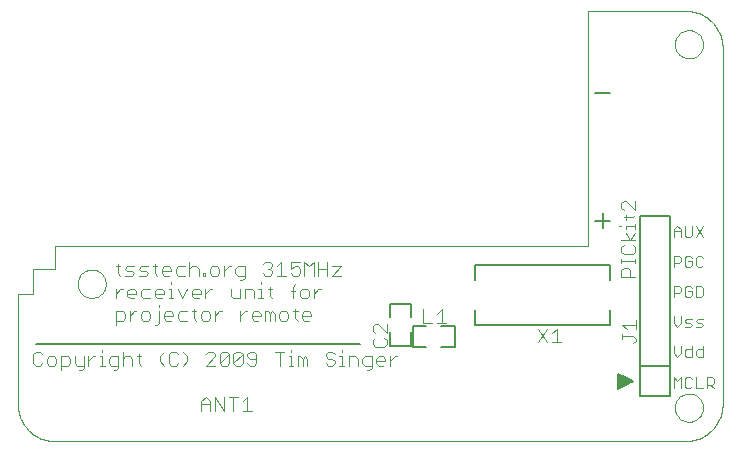
<source format=gto>
G75*
G70*
%OFA0B0*%
%FSLAX24Y24*%
%IPPOS*%
%LPD*%
%AMOC8*
5,1,8,0,0,1.08239X$1,22.5*
%
%ADD10C,0.0000*%
%ADD11C,0.0040*%
%ADD12C,0.0030*%
%ADD13C,0.0050*%
D10*
X001351Y000101D02*
X022351Y000101D01*
X022011Y001221D02*
X022013Y001264D01*
X022019Y001306D01*
X022028Y001348D01*
X022042Y001388D01*
X022059Y001428D01*
X022079Y001465D01*
X022103Y001501D01*
X022130Y001534D01*
X022160Y001564D01*
X022193Y001592D01*
X022228Y001617D01*
X022265Y001638D01*
X022304Y001656D01*
X022344Y001671D01*
X022385Y001681D01*
X022428Y001688D01*
X022470Y001691D01*
X022513Y001690D01*
X022556Y001685D01*
X022597Y001676D01*
X022638Y001664D01*
X022678Y001648D01*
X022716Y001628D01*
X022752Y001605D01*
X022786Y001579D01*
X022817Y001550D01*
X022846Y001518D01*
X022871Y001483D01*
X022893Y001447D01*
X022912Y001408D01*
X022927Y001368D01*
X022939Y001327D01*
X022947Y001285D01*
X022951Y001242D01*
X022951Y001200D01*
X022947Y001157D01*
X022939Y001115D01*
X022927Y001074D01*
X022912Y001034D01*
X022893Y000995D01*
X022871Y000959D01*
X022846Y000924D01*
X022817Y000892D01*
X022786Y000863D01*
X022752Y000837D01*
X022716Y000814D01*
X022678Y000794D01*
X022638Y000778D01*
X022597Y000766D01*
X022556Y000757D01*
X022513Y000752D01*
X022470Y000751D01*
X022428Y000754D01*
X022385Y000761D01*
X022344Y000771D01*
X022304Y000786D01*
X022265Y000804D01*
X022228Y000825D01*
X022193Y000850D01*
X022160Y000878D01*
X022130Y000908D01*
X022103Y000941D01*
X022079Y000977D01*
X022059Y001014D01*
X022042Y001054D01*
X022028Y001094D01*
X022019Y001136D01*
X022013Y001178D01*
X022011Y001221D01*
X022351Y000101D02*
X022419Y000103D01*
X022486Y000108D01*
X022553Y000117D01*
X022620Y000130D01*
X022685Y000147D01*
X022750Y000166D01*
X022814Y000190D01*
X022876Y000217D01*
X022937Y000247D01*
X022995Y000280D01*
X023052Y000316D01*
X023107Y000356D01*
X023160Y000398D01*
X023211Y000444D01*
X023258Y000491D01*
X023304Y000542D01*
X023346Y000595D01*
X023386Y000650D01*
X023422Y000707D01*
X023455Y000765D01*
X023485Y000826D01*
X023512Y000888D01*
X023536Y000952D01*
X023555Y001017D01*
X023572Y001082D01*
X023585Y001149D01*
X023594Y001216D01*
X023599Y001283D01*
X023601Y001351D01*
X023601Y013201D01*
X022011Y013331D02*
X022013Y013374D01*
X022019Y013416D01*
X022028Y013458D01*
X022042Y013498D01*
X022059Y013538D01*
X022079Y013575D01*
X022103Y013611D01*
X022130Y013644D01*
X022160Y013674D01*
X022193Y013702D01*
X022228Y013727D01*
X022265Y013748D01*
X022304Y013766D01*
X022344Y013781D01*
X022385Y013791D01*
X022428Y013798D01*
X022470Y013801D01*
X022513Y013800D01*
X022556Y013795D01*
X022597Y013786D01*
X022638Y013774D01*
X022678Y013758D01*
X022716Y013738D01*
X022752Y013715D01*
X022786Y013689D01*
X022817Y013660D01*
X022846Y013628D01*
X022871Y013593D01*
X022893Y013557D01*
X022912Y013518D01*
X022927Y013478D01*
X022939Y013437D01*
X022947Y013395D01*
X022951Y013352D01*
X022951Y013310D01*
X022947Y013267D01*
X022939Y013225D01*
X022927Y013184D01*
X022912Y013144D01*
X022893Y013105D01*
X022871Y013069D01*
X022846Y013034D01*
X022817Y013002D01*
X022786Y012973D01*
X022752Y012947D01*
X022716Y012924D01*
X022678Y012904D01*
X022638Y012888D01*
X022597Y012876D01*
X022556Y012867D01*
X022513Y012862D01*
X022470Y012861D01*
X022428Y012864D01*
X022385Y012871D01*
X022344Y012881D01*
X022304Y012896D01*
X022265Y012914D01*
X022228Y012935D01*
X022193Y012960D01*
X022160Y012988D01*
X022130Y013018D01*
X022103Y013051D01*
X022079Y013087D01*
X022059Y013124D01*
X022042Y013164D01*
X022028Y013204D01*
X022019Y013246D01*
X022013Y013288D01*
X022011Y013331D01*
X022351Y014451D02*
X022419Y014449D01*
X022486Y014444D01*
X022553Y014435D01*
X022620Y014422D01*
X022685Y014405D01*
X022750Y014386D01*
X022814Y014362D01*
X022876Y014335D01*
X022937Y014305D01*
X022995Y014272D01*
X023052Y014236D01*
X023107Y014196D01*
X023160Y014154D01*
X023211Y014108D01*
X023258Y014061D01*
X023304Y014010D01*
X023346Y013957D01*
X023386Y013902D01*
X023422Y013845D01*
X023455Y013787D01*
X023485Y013726D01*
X023512Y013664D01*
X023536Y013600D01*
X023555Y013535D01*
X023572Y013470D01*
X023585Y013403D01*
X023594Y013336D01*
X023599Y013269D01*
X023601Y013201D01*
X022351Y014451D02*
X019101Y014451D01*
X019101Y006601D01*
X001351Y006601D01*
X001351Y005851D01*
X000601Y005851D01*
X000601Y005001D01*
X000101Y005001D01*
X000101Y001351D01*
X000103Y001283D01*
X000108Y001216D01*
X000117Y001149D01*
X000130Y001082D01*
X000147Y001017D01*
X000166Y000952D01*
X000190Y000888D01*
X000217Y000826D01*
X000247Y000765D01*
X000280Y000707D01*
X000316Y000650D01*
X000356Y000595D01*
X000398Y000542D01*
X000444Y000491D01*
X000491Y000444D01*
X000542Y000398D01*
X000595Y000356D01*
X000650Y000316D01*
X000707Y000280D01*
X000765Y000247D01*
X000826Y000217D01*
X000888Y000190D01*
X000952Y000166D01*
X001017Y000147D01*
X001082Y000130D01*
X001149Y000117D01*
X001216Y000108D01*
X001283Y000103D01*
X001351Y000101D01*
X002101Y005351D02*
X002103Y005394D01*
X002109Y005436D01*
X002118Y005478D01*
X002132Y005518D01*
X002149Y005558D01*
X002169Y005595D01*
X002193Y005631D01*
X002220Y005664D01*
X002250Y005694D01*
X002283Y005722D01*
X002318Y005747D01*
X002355Y005768D01*
X002394Y005786D01*
X002434Y005801D01*
X002475Y005811D01*
X002518Y005818D01*
X002560Y005821D01*
X002603Y005820D01*
X002646Y005815D01*
X002687Y005806D01*
X002728Y005794D01*
X002768Y005778D01*
X002806Y005758D01*
X002842Y005735D01*
X002876Y005709D01*
X002907Y005680D01*
X002936Y005648D01*
X002961Y005613D01*
X002983Y005577D01*
X003002Y005538D01*
X003017Y005498D01*
X003029Y005457D01*
X003037Y005415D01*
X003041Y005372D01*
X003041Y005330D01*
X003037Y005287D01*
X003029Y005245D01*
X003017Y005204D01*
X003002Y005164D01*
X002983Y005125D01*
X002961Y005089D01*
X002936Y005054D01*
X002907Y005022D01*
X002876Y004993D01*
X002842Y004967D01*
X002806Y004944D01*
X002768Y004924D01*
X002728Y004908D01*
X002687Y004896D01*
X002646Y004887D01*
X002603Y004882D01*
X002560Y004881D01*
X002518Y004884D01*
X002475Y004891D01*
X002434Y004901D01*
X002394Y004916D01*
X002355Y004934D01*
X002318Y004955D01*
X002283Y004980D01*
X002250Y005008D01*
X002220Y005038D01*
X002193Y005071D01*
X002169Y005107D01*
X002149Y005144D01*
X002132Y005184D01*
X002118Y005224D01*
X002109Y005266D01*
X002103Y005308D01*
X002101Y005351D01*
D11*
X003371Y005178D02*
X003371Y004871D01*
X003371Y005024D02*
X003524Y005178D01*
X003601Y005178D01*
X003754Y005101D02*
X003831Y005178D01*
X003985Y005178D01*
X004061Y005101D01*
X004061Y005024D01*
X003754Y005024D01*
X003754Y004947D02*
X003754Y005101D01*
X003754Y004947D02*
X003831Y004871D01*
X003985Y004871D01*
X004215Y004947D02*
X004291Y004871D01*
X004522Y004871D01*
X004675Y004947D02*
X004675Y005101D01*
X004752Y005178D01*
X004905Y005178D01*
X004982Y005101D01*
X004982Y005024D01*
X004675Y005024D01*
X004675Y004947D02*
X004752Y004871D01*
X004905Y004871D01*
X004829Y004658D02*
X004829Y004581D01*
X004829Y004428D02*
X004829Y004044D01*
X004752Y003967D01*
X004675Y003967D01*
X004445Y004121D02*
X004522Y004197D01*
X004522Y004351D01*
X004445Y004428D01*
X004291Y004428D01*
X004215Y004351D01*
X004215Y004197D01*
X004291Y004121D01*
X004445Y004121D01*
X004061Y004428D02*
X003985Y004428D01*
X003831Y004274D01*
X003831Y004121D02*
X003831Y004428D01*
X003678Y004351D02*
X003678Y004197D01*
X003601Y004121D01*
X003371Y004121D01*
X003371Y003967D02*
X003371Y004428D01*
X003601Y004428D01*
X003678Y004351D01*
X004215Y004947D02*
X004215Y005101D01*
X004291Y005178D01*
X004522Y005178D01*
X005135Y005178D02*
X005212Y005178D01*
X005212Y004871D01*
X005135Y004871D02*
X005289Y004871D01*
X005596Y004871D02*
X005749Y005178D01*
X005903Y005101D02*
X005979Y005178D01*
X006133Y005178D01*
X006210Y005101D01*
X006210Y005024D01*
X005903Y005024D01*
X005903Y004947D02*
X005903Y005101D01*
X005903Y004947D02*
X005979Y004871D01*
X006133Y004871D01*
X006363Y004871D02*
X006363Y005178D01*
X006516Y005178D02*
X006363Y005024D01*
X006516Y005178D02*
X006593Y005178D01*
X006593Y005621D02*
X006516Y005697D01*
X006516Y005851D01*
X006593Y005928D01*
X006747Y005928D01*
X006823Y005851D01*
X006823Y005697D01*
X006747Y005621D01*
X006593Y005621D01*
X006363Y005621D02*
X006363Y005697D01*
X006286Y005697D01*
X006286Y005621D01*
X006363Y005621D01*
X006133Y005621D02*
X006133Y005851D01*
X006056Y005928D01*
X005903Y005928D01*
X005826Y005851D01*
X005673Y005928D02*
X005442Y005928D01*
X005366Y005851D01*
X005366Y005697D01*
X005442Y005621D01*
X005673Y005621D01*
X005826Y005621D02*
X005826Y006081D01*
X005212Y005851D02*
X005212Y005774D01*
X004905Y005774D01*
X004905Y005697D02*
X004905Y005851D01*
X004982Y005928D01*
X005135Y005928D01*
X005212Y005851D01*
X004982Y005621D02*
X004905Y005697D01*
X004982Y005621D02*
X005135Y005621D01*
X005212Y005408D02*
X005212Y005331D01*
X005442Y005178D02*
X005596Y004871D01*
X005519Y004428D02*
X005442Y004351D01*
X005442Y004197D01*
X005519Y004121D01*
X005749Y004121D01*
X005979Y004197D02*
X006056Y004121D01*
X005979Y004197D02*
X005979Y004504D01*
X005903Y004428D02*
X006056Y004428D01*
X006210Y004351D02*
X006210Y004197D01*
X006286Y004121D01*
X006440Y004121D01*
X006516Y004197D01*
X006516Y004351D01*
X006440Y004428D01*
X006286Y004428D01*
X006210Y004351D01*
X006670Y004428D02*
X006670Y004121D01*
X006670Y004274D02*
X006823Y004428D01*
X006900Y004428D01*
X007514Y004428D02*
X007514Y004121D01*
X007514Y004274D02*
X007667Y004428D01*
X007744Y004428D01*
X007898Y004351D02*
X007974Y004428D01*
X008128Y004428D01*
X008204Y004351D01*
X008204Y004274D01*
X007898Y004274D01*
X007898Y004197D02*
X007898Y004351D01*
X007898Y004197D02*
X007974Y004121D01*
X008128Y004121D01*
X008358Y004121D02*
X008358Y004428D01*
X008435Y004428D01*
X008511Y004351D01*
X008588Y004428D01*
X008665Y004351D01*
X008665Y004121D01*
X008511Y004121D02*
X008511Y004351D01*
X008818Y004351D02*
X008818Y004197D01*
X008895Y004121D01*
X009048Y004121D01*
X009125Y004197D01*
X009125Y004351D01*
X009048Y004428D01*
X008895Y004428D01*
X008818Y004351D01*
X009279Y004428D02*
X009432Y004428D01*
X009355Y004504D02*
X009355Y004197D01*
X009432Y004121D01*
X009586Y004197D02*
X009586Y004351D01*
X009662Y004428D01*
X009816Y004428D01*
X009892Y004351D01*
X009892Y004274D01*
X009586Y004274D01*
X009586Y004197D02*
X009662Y004121D01*
X009816Y004121D01*
X009739Y004871D02*
X009585Y004871D01*
X009509Y004947D01*
X009509Y005101D01*
X009585Y005178D01*
X009739Y005178D01*
X009816Y005101D01*
X009816Y004947D01*
X009739Y004871D01*
X009969Y004871D02*
X009969Y005178D01*
X010123Y005178D02*
X010199Y005178D01*
X010123Y005178D02*
X009969Y005024D01*
X009355Y005101D02*
X009202Y005101D01*
X009279Y005254D02*
X009355Y005331D01*
X009279Y005254D02*
X009279Y004871D01*
X008588Y004871D02*
X008511Y004947D01*
X008511Y005254D01*
X008435Y005178D02*
X008588Y005178D01*
X008204Y005178D02*
X008204Y004871D01*
X008128Y004871D02*
X008281Y004871D01*
X007974Y004871D02*
X007974Y005101D01*
X007898Y005178D01*
X007667Y005178D01*
X007667Y004871D01*
X007514Y004871D02*
X007514Y005178D01*
X007207Y005178D02*
X007207Y004947D01*
X007284Y004871D01*
X007514Y004871D01*
X008128Y005178D02*
X008204Y005178D01*
X008204Y005331D02*
X008204Y005408D01*
X008358Y005621D02*
X008281Y005697D01*
X008358Y005621D02*
X008511Y005621D01*
X008588Y005697D01*
X008588Y005774D01*
X008511Y005851D01*
X008435Y005851D01*
X008511Y005851D02*
X008588Y005928D01*
X008588Y006004D01*
X008511Y006081D01*
X008358Y006081D01*
X008281Y006004D01*
X008742Y005928D02*
X008895Y006081D01*
X008895Y005621D01*
X008742Y005621D02*
X009048Y005621D01*
X009202Y005697D02*
X009279Y005621D01*
X009432Y005621D01*
X009509Y005697D01*
X009509Y005851D01*
X009432Y005928D01*
X009355Y005928D01*
X009202Y005851D01*
X009202Y006081D01*
X009509Y006081D01*
X009662Y006081D02*
X009816Y005928D01*
X009969Y006081D01*
X009969Y005621D01*
X010123Y005621D02*
X010123Y006081D01*
X010123Y005851D02*
X010429Y005851D01*
X010583Y005928D02*
X010890Y005928D01*
X010583Y005621D01*
X010890Y005621D01*
X010429Y005621D02*
X010429Y006081D01*
X009662Y006081D02*
X009662Y005621D01*
X007667Y005621D02*
X007437Y005621D01*
X007360Y005697D01*
X007360Y005851D01*
X007437Y005928D01*
X007667Y005928D01*
X007667Y005544D01*
X007591Y005467D01*
X007514Y005467D01*
X006977Y005621D02*
X006977Y005928D01*
X007130Y005928D02*
X006977Y005774D01*
X007130Y005928D02*
X007207Y005928D01*
X005749Y004428D02*
X005519Y004428D01*
X005289Y004351D02*
X005289Y004274D01*
X004982Y004274D01*
X004982Y004197D02*
X004982Y004351D01*
X005059Y004428D01*
X005212Y004428D01*
X005289Y004351D01*
X005212Y004121D02*
X005059Y004121D01*
X004982Y004197D01*
X004994Y003081D02*
X004841Y002928D01*
X004841Y002774D01*
X004994Y002621D01*
X005148Y002697D02*
X005224Y002621D01*
X005378Y002621D01*
X005454Y002697D01*
X005608Y002621D02*
X005761Y002774D01*
X005761Y002928D01*
X005608Y003081D01*
X005454Y003004D02*
X005378Y003081D01*
X005224Y003081D01*
X005148Y003004D01*
X005148Y002697D01*
X004227Y002621D02*
X004150Y002697D01*
X004150Y003004D01*
X004073Y002928D02*
X004227Y002928D01*
X003920Y002851D02*
X003920Y002621D01*
X003920Y002851D02*
X003843Y002928D01*
X003690Y002928D01*
X003613Y002851D01*
X003460Y002928D02*
X003229Y002928D01*
X003153Y002851D01*
X003153Y002697D01*
X003229Y002621D01*
X003460Y002621D01*
X003460Y002544D02*
X003460Y002928D01*
X003613Y003081D02*
X003613Y002621D01*
X003460Y002544D02*
X003383Y002467D01*
X003306Y002467D01*
X002999Y002621D02*
X002846Y002621D01*
X002923Y002621D02*
X002923Y002928D01*
X002846Y002928D01*
X002692Y002928D02*
X002616Y002928D01*
X002462Y002774D01*
X002462Y002621D02*
X002462Y002928D01*
X002309Y002928D02*
X002309Y002544D01*
X002232Y002467D01*
X002155Y002467D01*
X002079Y002621D02*
X002309Y002621D01*
X002079Y002621D02*
X002002Y002697D01*
X002002Y002928D01*
X001848Y002851D02*
X001848Y002697D01*
X001772Y002621D01*
X001541Y002621D01*
X001388Y002697D02*
X001388Y002851D01*
X001311Y002928D01*
X001158Y002928D01*
X001081Y002851D01*
X001081Y002697D01*
X001158Y002621D01*
X001311Y002621D01*
X001388Y002697D01*
X001541Y002467D02*
X001541Y002928D01*
X001772Y002928D01*
X001848Y002851D01*
X000928Y002697D02*
X000851Y002621D01*
X000697Y002621D01*
X000621Y002697D01*
X000621Y003004D01*
X000697Y003081D01*
X000851Y003081D01*
X000928Y003004D01*
X002923Y003081D02*
X002923Y003158D01*
X006375Y003004D02*
X006452Y003081D01*
X006605Y003081D01*
X006682Y003004D01*
X006682Y002928D01*
X006375Y002621D01*
X006682Y002621D01*
X006836Y002697D02*
X007142Y003004D01*
X007142Y002697D01*
X007066Y002621D01*
X006912Y002621D01*
X006836Y002697D01*
X006836Y003004D01*
X006912Y003081D01*
X007066Y003081D01*
X007142Y003004D01*
X007296Y003004D02*
X007373Y003081D01*
X007526Y003081D01*
X007603Y003004D01*
X007296Y002697D01*
X007373Y002621D01*
X007526Y002621D01*
X007603Y002697D01*
X007603Y003004D01*
X007756Y003004D02*
X007756Y002928D01*
X007833Y002851D01*
X008063Y002851D01*
X008063Y003004D02*
X008063Y002697D01*
X007986Y002621D01*
X007833Y002621D01*
X007756Y002697D01*
X007756Y003004D02*
X007833Y003081D01*
X007986Y003081D01*
X008063Y003004D01*
X008677Y003081D02*
X008984Y003081D01*
X008830Y003081D02*
X008830Y002621D01*
X009137Y002621D02*
X009291Y002621D01*
X009214Y002621D02*
X009214Y002928D01*
X009137Y002928D01*
X009214Y003081D02*
X009214Y003158D01*
X009444Y002928D02*
X009521Y002928D01*
X009598Y002851D01*
X009674Y002928D01*
X009751Y002851D01*
X009751Y002621D01*
X009598Y002621D02*
X009598Y002851D01*
X009444Y002928D02*
X009444Y002621D01*
X010365Y002697D02*
X010442Y002621D01*
X010595Y002621D01*
X010672Y002697D01*
X010672Y002774D01*
X010595Y002851D01*
X010442Y002851D01*
X010365Y002928D01*
X010365Y003004D01*
X010442Y003081D01*
X010595Y003081D01*
X010672Y003004D01*
X010825Y002928D02*
X010902Y002928D01*
X010902Y002621D01*
X010825Y002621D02*
X010979Y002621D01*
X011132Y002621D02*
X011132Y002928D01*
X011362Y002928D01*
X011439Y002851D01*
X011439Y002621D01*
X011592Y002697D02*
X011669Y002621D01*
X011899Y002621D01*
X011899Y002544D02*
X011899Y002928D01*
X011669Y002928D01*
X011592Y002851D01*
X011592Y002697D01*
X011746Y002467D02*
X011823Y002467D01*
X011899Y002544D01*
X012053Y002697D02*
X012053Y002851D01*
X012130Y002928D01*
X012283Y002928D01*
X012360Y002851D01*
X012360Y002774D01*
X012053Y002774D01*
X012053Y002697D02*
X012130Y002621D01*
X012283Y002621D01*
X012513Y002621D02*
X012513Y002928D01*
X012513Y002774D02*
X012667Y002928D01*
X012743Y002928D01*
X012406Y003327D02*
X012406Y003480D01*
X012329Y003557D01*
X012406Y003710D02*
X012099Y004017D01*
X012022Y004017D01*
X011945Y003941D01*
X011945Y003787D01*
X012022Y003710D01*
X012022Y003557D02*
X011945Y003480D01*
X011945Y003327D01*
X012022Y003250D01*
X012329Y003250D01*
X012406Y003327D01*
X012406Y003710D02*
X012406Y004017D01*
X013621Y004046D02*
X013928Y004046D01*
X014081Y004046D02*
X014388Y004046D01*
X014235Y004046D02*
X014235Y004506D01*
X014081Y004353D01*
X013621Y004506D02*
X013621Y004046D01*
X010902Y003158D02*
X010902Y003081D01*
X007755Y001581D02*
X007602Y001428D01*
X007755Y001581D02*
X007755Y001121D01*
X007602Y001121D02*
X007909Y001121D01*
X007295Y001121D02*
X007295Y001581D01*
X007448Y001581D02*
X007141Y001581D01*
X006988Y001581D02*
X006988Y001121D01*
X006681Y001581D01*
X006681Y001121D01*
X006528Y001121D02*
X006528Y001428D01*
X006374Y001581D01*
X006221Y001428D01*
X006221Y001121D01*
X006221Y001351D02*
X006528Y001351D01*
X007296Y002697D02*
X007296Y003004D01*
X004752Y005621D02*
X004675Y005697D01*
X004675Y006004D01*
X004598Y005928D02*
X004752Y005928D01*
X004445Y005928D02*
X004215Y005928D01*
X004138Y005851D01*
X004215Y005774D01*
X004368Y005774D01*
X004445Y005697D01*
X004368Y005621D01*
X004138Y005621D01*
X003985Y005697D02*
X003908Y005774D01*
X003754Y005774D01*
X003678Y005851D01*
X003754Y005928D01*
X003985Y005928D01*
X003985Y005697D02*
X003908Y005621D01*
X003678Y005621D01*
X003524Y005621D02*
X003447Y005697D01*
X003447Y006004D01*
X003371Y005928D02*
X003524Y005928D01*
X017450Y003856D02*
X017757Y003396D01*
X017910Y003396D02*
X018217Y003396D01*
X018064Y003396D02*
X018064Y003856D01*
X017910Y003703D01*
X017757Y003856D02*
X017450Y003396D01*
X020245Y003524D02*
X020245Y003678D01*
X020245Y003601D02*
X020629Y003601D01*
X020706Y003524D01*
X020706Y003447D01*
X020629Y003371D01*
X020706Y003831D02*
X020706Y004138D01*
X020706Y003985D02*
X020245Y003985D01*
X020399Y003831D01*
X020527Y005571D02*
X020527Y005801D01*
X020451Y005878D01*
X020297Y005878D01*
X020220Y005801D01*
X020220Y005571D01*
X020681Y005571D01*
X020681Y006031D02*
X020681Y006185D01*
X020681Y006108D02*
X020220Y006108D01*
X020220Y006031D02*
X020220Y006185D01*
X020297Y006338D02*
X020604Y006338D01*
X020681Y006415D01*
X020681Y006568D01*
X020604Y006645D01*
X020527Y006798D02*
X020374Y007029D01*
X020374Y007182D02*
X020374Y007259D01*
X020681Y007259D01*
X020681Y007335D02*
X020681Y007182D01*
X020681Y007029D02*
X020527Y006798D01*
X020681Y006798D02*
X020220Y006798D01*
X020297Y006645D02*
X020220Y006568D01*
X020220Y006415D01*
X020297Y006338D01*
X020220Y007259D02*
X020144Y007259D01*
X020374Y007489D02*
X020374Y007642D01*
X020297Y007566D02*
X020604Y007566D01*
X020681Y007642D01*
X020681Y007796D02*
X020374Y008103D01*
X020297Y008103D01*
X020220Y008026D01*
X020220Y007872D01*
X020297Y007796D01*
X020681Y007796D02*
X020681Y008103D01*
D12*
X021966Y007163D02*
X022089Y007286D01*
X022213Y007163D01*
X022213Y006916D01*
X022334Y006977D02*
X022396Y006916D01*
X022519Y006916D01*
X022581Y006977D01*
X022581Y007286D01*
X022702Y007286D02*
X022949Y006916D01*
X022702Y006916D02*
X022949Y007286D01*
X022334Y007286D02*
X022334Y006977D01*
X022213Y007101D02*
X021966Y007101D01*
X021966Y007163D02*
X021966Y006916D01*
X021966Y006286D02*
X022151Y006286D01*
X022213Y006224D01*
X022213Y006101D01*
X022151Y006039D01*
X021966Y006039D01*
X021966Y005916D02*
X021966Y006286D01*
X022334Y006224D02*
X022334Y005977D01*
X022396Y005916D01*
X022519Y005916D01*
X022581Y005977D01*
X022581Y006101D01*
X022458Y006101D01*
X022581Y006224D02*
X022519Y006286D01*
X022396Y006286D01*
X022334Y006224D01*
X022702Y006224D02*
X022702Y005977D01*
X022764Y005916D01*
X022888Y005916D01*
X022949Y005977D01*
X022949Y006224D02*
X022888Y006286D01*
X022764Y006286D01*
X022702Y006224D01*
X022702Y005286D02*
X022888Y005286D01*
X022949Y005224D01*
X022949Y004977D01*
X022888Y004916D01*
X022702Y004916D01*
X022702Y005286D01*
X022581Y005224D02*
X022519Y005286D01*
X022396Y005286D01*
X022334Y005224D01*
X022334Y004977D01*
X022396Y004916D01*
X022519Y004916D01*
X022581Y004977D01*
X022581Y005101D01*
X022458Y005101D01*
X022213Y005101D02*
X022151Y005039D01*
X021966Y005039D01*
X021966Y004916D02*
X021966Y005286D01*
X022151Y005286D01*
X022213Y005224D01*
X022213Y005101D01*
X022213Y004286D02*
X022213Y004039D01*
X022089Y003916D01*
X021966Y004039D01*
X021966Y004286D01*
X022334Y004101D02*
X022396Y004039D01*
X022519Y004039D01*
X022581Y003977D01*
X022519Y003916D01*
X022334Y003916D01*
X022702Y003916D02*
X022888Y003916D01*
X022949Y003977D01*
X022888Y004039D01*
X022764Y004039D01*
X022702Y004101D01*
X022764Y004163D01*
X022949Y004163D01*
X022581Y004163D02*
X022396Y004163D01*
X022334Y004101D01*
X022213Y003286D02*
X022213Y003039D01*
X022089Y002916D01*
X021966Y003039D01*
X021966Y003286D01*
X022334Y003101D02*
X022334Y002977D01*
X022396Y002916D01*
X022581Y002916D01*
X022581Y003286D01*
X022581Y003163D02*
X022396Y003163D01*
X022334Y003101D01*
X022702Y003101D02*
X022702Y002977D01*
X022764Y002916D01*
X022949Y002916D01*
X022949Y003286D01*
X022949Y003163D02*
X022764Y003163D01*
X022702Y003101D01*
X022702Y002236D02*
X022702Y001866D01*
X022949Y001866D01*
X023071Y001866D02*
X023071Y002236D01*
X023256Y002236D01*
X023318Y002174D01*
X023318Y002051D01*
X023256Y001989D01*
X023071Y001989D01*
X023194Y001989D02*
X023318Y001866D01*
X022581Y001927D02*
X022519Y001866D01*
X022396Y001866D01*
X022334Y001927D01*
X022334Y002174D01*
X022396Y002236D01*
X022519Y002236D01*
X022581Y002174D01*
X022213Y002236D02*
X022213Y001866D01*
X021966Y001866D02*
X021966Y002236D01*
X022089Y002113D01*
X022213Y002236D01*
D13*
X021851Y002601D02*
X020851Y002601D01*
X020851Y001601D01*
X021851Y001601D01*
X021851Y002601D01*
X021851Y007601D01*
X020851Y007601D01*
X020851Y002601D01*
X020426Y002188D02*
X020101Y002188D01*
X020101Y002140D02*
X020523Y002140D01*
X020581Y002091D02*
X020101Y002091D01*
X020101Y002043D02*
X020484Y002043D01*
X020387Y001994D02*
X020101Y001994D01*
X020101Y001945D02*
X020290Y001945D01*
X020193Y001897D02*
X020101Y001897D01*
X020101Y001851D02*
X020101Y002351D01*
X020601Y002101D01*
X020101Y001851D01*
X020101Y002237D02*
X020329Y002237D01*
X020232Y002285D02*
X020101Y002285D01*
X020101Y002334D02*
X020135Y002334D01*
X019851Y003976D02*
X015351Y003976D01*
X015351Y004476D01*
X014676Y003951D02*
X014226Y003951D01*
X014676Y003951D02*
X014676Y003251D01*
X014226Y003251D01*
X013726Y003251D02*
X013276Y003251D01*
X013276Y003951D01*
X013726Y003951D01*
X013201Y003726D02*
X013201Y003276D01*
X012501Y003276D01*
X012501Y003726D01*
X012501Y004226D02*
X012501Y004676D01*
X013201Y004676D01*
X013201Y004226D01*
X011501Y003351D02*
X000701Y003351D01*
X015351Y005476D02*
X015351Y005976D01*
X019851Y005976D01*
X019851Y005476D01*
X019851Y004476D02*
X019851Y003976D01*
X019601Y007196D02*
X019601Y007696D01*
X019351Y007446D02*
X019851Y007446D01*
X019851Y011696D02*
X019351Y011696D01*
M02*

</source>
